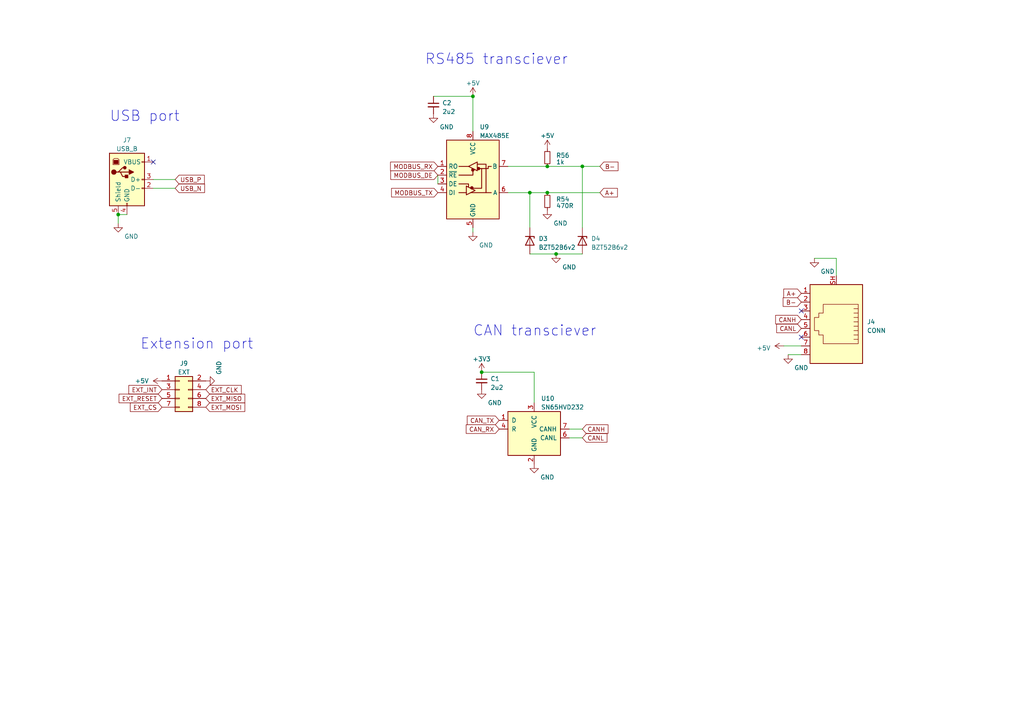
<source format=kicad_sch>
(kicad_sch (version 20230121) (generator eeschema)
  (paper "A4")
  (title_block (title "Fieldbus intrefaces") (date "2023-03-06") (rev "1") (comment 1 "W. Burdecki 2023") (comment 2 "github.com/wiciu15"))
  (lib_symbols
    (symbol "Connector:8P8C_Shielded" (pin_names (offset 1.016))
      (property "Reference" "J" (at -5.08 13.97 0))
      (property "Value" "8P8C_Shielded" (at 2.54 13.97 0))
      (symbol "8P8C_Shielded_0_1"
        (polyline (pts (xy -5.08 4.445) (xy -6.35 4.445)))
        (polyline (pts (xy -5.08 5.715) (xy -6.35 5.715)))
        (polyline (pts (xy -6.35 -3.175) (xy -5.08 -3.175) (xy -5.08 -3.175)))
        (polyline (pts (xy -6.35 -1.905) (xy -5.08 -1.905) (xy -5.08 -1.905)))
        (polyline (pts (xy -6.35 -0.635) (xy -5.08 -0.635) (xy -5.08 -0.635)))
        (polyline (pts (xy -6.35 0.635) (xy -5.08 0.635) (xy -5.08 0.635)))
        (polyline (pts (xy -6.35 1.905) (xy -5.08 1.905) (xy -5.08 1.905)))
        (polyline (pts (xy -5.08 3.175) (xy -6.35 3.175) (xy -6.35 3.175)))
        (polyline (pts (xy -6.35 -4.445) (xy -6.35 6.985) (xy 3.81 6.985) (xy 3.81 4.445) (xy 5.08 4.445) (xy 5.08 3.175) (xy 6.35 3.175) (xy 6.35 -0.635) (xy 5.08 -0.635) (xy 5.08 -1.905) (xy 3.81 -1.905) (xy 3.81 -4.445) (xy -6.35 -4.445) (xy -6.35 -4.445)))
        (rectangle (start 7.62 12.7) (end -7.62 -10.16) (stroke (width 0.254)) (fill (type background)))
      )
      (symbol "8P8C_Shielded_1_1"
        (pin passive line (at 10.16 -7.62 180) (length 2.54) (name "~") (number "1"))
        (pin passive line (at 10.16 -5.08 180) (length 2.54) (name "~") (number "2"))
        (pin passive line (at 10.16 -2.54 180) (length 2.54) (name "~") (number "3"))
        (pin passive line (at 10.16 0 180) (length 2.54) (name "~") (number "4"))
        (pin passive line (at 10.16 2.54 180) (length 2.54) (name "~") (number "5"))
        (pin passive line (at 10.16 5.08 180) (length 2.54) (name "~") (number "6"))
        (pin passive line (at 10.16 7.62 180) (length 2.54) (name "~") (number "7"))
        (pin passive line (at 10.16 10.16 180) (length 2.54) (name "~") (number "8"))
        (pin passive line (at 0 -12.7 90) (length 2.54) (name "~") (number "SH"))
      )
    )
    (symbol "Connector:USB_B" (pin_names (offset 1.016))
      (property "Reference" "J" (at -5.08 11.43 0))
      (property "Value" "USB_B" (at -5.08 8.89 0))
      (symbol "USB_B_0_1"
        (rectangle (start -5.08 -7.62) (end 5.08 7.62) (stroke (width 0.254)) (fill (type background)))
        (circle (center -3.81 2.159) (radius 0.635) (stroke (width 0.254)) (fill (type outline)))
        (rectangle (start -3.81 5.588) (end -2.54 4.572) (fill (type outline)))
        (circle (center -0.635 3.429) (radius 0.381) (stroke (width 0.254)) (fill (type outline)))
        (rectangle (start -0.127 -7.62) (end 0.127 -6.858))
        (polyline (pts (xy -1.905 2.159) (xy 0.635 2.159)) (stroke (width 0.254)))
        (polyline (pts (xy -3.175 2.159) (xy -2.54 2.159) (xy -1.27 3.429) (xy -0.635 3.429)) (stroke (width 0.254)))
        (polyline (pts (xy -2.54 2.159) (xy -1.905 2.159) (xy -1.27 0.889) (xy 0 0.889)) (stroke (width 0.254)))
        (polyline (pts (xy 0.635 2.794) (xy 0.635 1.524) (xy 1.905 2.159) (xy 0.635 2.794)) (stroke (width 0.254)) (fill (type outline)))
        (polyline (pts (xy -4.064 4.318) (xy -2.286 4.318) (xy -2.286 5.715) (xy -2.667 6.096) (xy -3.683 6.096) (xy -4.064 5.715) (xy -4.064 4.318)))
        (rectangle (start 0.254 1.27) (end -0.508 0.508) (stroke (width 0.254)) (fill (type outline)))
        (rectangle (start 5.08 -2.667) (end 4.318 -2.413))
        (rectangle (start 5.08 -0.127) (end 4.318 0.127))
        (rectangle (start 5.08 4.953) (end 4.318 5.207))
      )
      (symbol "USB_B_1_1"
        (pin power_out line (at 7.62 5.08 180) (length 2.54) (name "VBUS") (number "1"))
        (pin bidirectional line (at 7.62 -2.54 180) (length 2.54) (name "D-") (number "2"))
        (pin bidirectional line (at 7.62 0 180) (length 2.54) (name "D+") (number "3"))
        (pin power_out line (at 0 -10.16 90) (length 2.54) (name "GND") (number "4"))
        (pin passive line (at -2.54 -10.16 90) (length 2.54) (name "Shield") (number "5"))
      )
    )
    (symbol "Connector_Generic:Conn_02x04_Odd_Even" (pin_names (offset 1.016) hide)
      (property "Reference" "J" (at 1.27 5.08 0))
      (property "Value" "Conn_02x04_Odd_Even" (at 1.27 -7.62 0))
      (symbol "Conn_02x04_Odd_Even_1_1"
        (rectangle (start -1.27 -4.953) (end 0 -5.207) (stroke (width 0.1524)))
        (rectangle (start -1.27 -2.413) (end 0 -2.667) (stroke (width 0.1524)))
        (rectangle (start -1.27 0.127) (end 0 -0.127) (stroke (width 0.1524)))
        (rectangle (start -1.27 2.667) (end 0 2.413) (stroke (width 0.1524)))
        (rectangle (start -1.27 3.81) (end 3.81 -6.35) (stroke (width 0.254)) (fill (type background)))
        (rectangle (start 3.81 -4.953) (end 2.54 -5.207) (stroke (width 0.1524)))
        (rectangle (start 3.81 -2.413) (end 2.54 -2.667) (stroke (width 0.1524)))
        (rectangle (start 3.81 0.127) (end 2.54 -0.127) (stroke (width 0.1524)))
        (rectangle (start 3.81 2.667) (end 2.54 2.413) (stroke (width 0.1524)))
        (pin passive line (at -5.08 2.54 0) (length 3.81) (name "Pin_1") (number "1"))
        (pin passive line (at 7.62 2.54 180) (length 3.81) (name "Pin_2") (number "2"))
        (pin passive line (at -5.08 0 0) (length 3.81) (name "Pin_3") (number "3"))
        (pin passive line (at 7.62 0 180) (length 3.81) (name "Pin_4") (number "4"))
        (pin passive line (at -5.08 -2.54 0) (length 3.81) (name "Pin_5") (number "5"))
        (pin passive line (at 7.62 -2.54 180) (length 3.81) (name "Pin_6") (number "6"))
        (pin passive line (at -5.08 -5.08 0) (length 3.81) (name "Pin_7") (number "7"))
        (pin passive line (at 7.62 -5.08 180) (length 3.81) (name "Pin_8") (number "8"))
      )
    )
    (symbol "Device:C_Small" (pin_numbers hide) (pin_names (offset 0.254) hide)
      (property "Reference" "C" (at 0.254 1.778 0))
      (property "Value" "C_Small" (at 0.254 -2.032 0))
      (symbol "C_Small_0_1"
        (polyline (pts (xy -1.524 -0.508) (xy 1.524 -0.508)) (stroke (width 0.3302)))
        (polyline (pts (xy -1.524 0.508) (xy 1.524 0.508)) (stroke (width 0.3048)))
      )
      (symbol "C_Small_1_1"
        (pin passive line (at 0 2.54 270) (length 2.032) (name "~") (number "1"))
        (pin passive line (at 0 -2.54 90) (length 2.032) (name "~") (number "2"))
      )
    )
    (symbol "Device:R_Small" (pin_numbers hide) (pin_names (offset 0.254) hide)
      (property "Reference" "R" (at 0.762 0.508 0))
      (property "Value" "R_Small" (at 0.762 -1.016 0))
      (symbol "R_Small_0_1"
        (rectangle (start -0.762 1.778) (end 0.762 -1.778) (stroke (width 0.2032)))
      )
      (symbol "R_Small_1_1"
        (pin passive line (at 0 2.54 270) (length 0.762) (name "~") (number "1"))
        (pin passive line (at 0 -2.54 90) (length 0.762) (name "~") (number "2"))
      )
    )
    (symbol "Diode:BZT52Bxx" (pin_numbers hide) (pin_names hide)
      (property "Reference" "D" (at 0 2.54 0))
      (property "Value" "BZT52Bxx" (at 0 -2.54 0))
      (symbol "BZT52Bxx_0_1"
        (polyline (pts (xy 1.27 0) (xy -1.27 0)))
        (polyline (pts (xy -1.27 -1.27) (xy -1.27 1.27) (xy -0.762 1.27)) (stroke (width 0.254)))
        (polyline (pts (xy 1.27 -1.27) (xy 1.27 1.27) (xy -1.27 0) (xy 1.27 -1.27)) (stroke (width 0.254)))
      )
      (symbol "BZT52Bxx_1_1"
        (pin passive line (at -3.81 0 0) (length 2.54) (name "K") (number "1"))
        (pin passive line (at 3.81 0 180) (length 2.54) (name "A") (number "2"))
      )
    )
    (symbol "Interface_CAN_LIN:SN65HVD232" (pin_names (offset 1.016))
      (property "Reference" "U" (at -2.54 10.16 0))
      (property "Value" "SN65HVD232" (at -2.54 7.62 0))
      (symbol "SN65HVD232_0_1"
        (rectangle (start -7.62 5.08) (end 7.62 -7.62) (stroke (width 0.254)) (fill (type background)))
      )
      (symbol "SN65HVD232_1_1"
        (pin input line (at -10.16 2.54 0) (length 2.54) (name "D") (number "1"))
        (pin power_in line (at 0 -10.16 90) (length 2.54) (name "GND") (number "2"))
        (pin power_in line (at 0 7.62 270) (length 2.54) (name "VCC") (number "3"))
        (pin output line (at -10.16 0 0) (length 2.54) (name "R") (number "4"))
        (pin no_connect line (at -7.62 -2.54 0) (length 2.54) hide (name "NC") (number "5"))
        (pin bidirectional line (at 10.16 -2.54 180) (length 2.54) (name "CANL") (number "6"))
        (pin bidirectional line (at 10.16 0 180) (length 2.54) (name "CANH") (number "7"))
        (pin no_connect line (at -7.62 -5.08 0) (length 2.54) hide (name "NC") (number "8"))
      )
    )
    (symbol "Interface_UART:MAX485E"
      (property "Reference" "U" (at -6.096 11.43 0))
      (property "Value" "MAX485E" (at 0.762 11.43 0))
      (symbol "MAX485E_0_1"
        (rectangle (start -7.62 10.16) (end 7.62 -12.7) (stroke (width 0.254)) (fill (type background)))
        (circle (center -0.3048 -3.683) (radius 0.3556) (stroke (width 0.254)) (fill (type outline)))
        (circle (center -0.0254 1.4986) (radius 0.3556) (stroke (width 0.254)) (fill (type outline)))
        (polyline (pts (xy -4.064 -5.08) (xy -1.905 -5.08)) (stroke (width 0.254)))
        (polyline (pts (xy -4.064 2.54) (xy -1.27 2.54)) (stroke (width 0.254)))
        (polyline (pts (xy -1.27 -3.2004) (xy -1.27 -3.4544)) (stroke (width 0.254)))
        (polyline (pts (xy -0.635 -5.08) (xy 5.334 -5.08)) (stroke (width 0.254)))
        (polyline (pts (xy -4.064 -2.54) (xy -1.27 -2.54) (xy -1.27 -3.175)) (stroke (width 0.254)))
        (polyline (pts (xy 0 1.27) (xy 0 0) (xy -4.064 0)) (stroke (width 0.254)))
        (polyline (pts (xy 1.27 3.175) (xy 3.81 3.175) (xy 3.81 -5.08)) (stroke (width 0.254)))
        (polyline (pts (xy 2.54 1.905) (xy 2.54 -3.81) (xy 0 -3.81)) (stroke (width 0.254)))
        (polyline (pts (xy -1.905 -3.175) (xy -1.905 -5.715) (xy 0.635 -4.445) (xy -1.905 -3.175)) (stroke (width 0.254)))
        (polyline (pts (xy -1.27 2.54) (xy 1.27 3.81) (xy 1.27 1.27) (xy -1.27 2.54)) (stroke (width 0.254)))
        (polyline (pts (xy 1.905 1.905) (xy 4.445 1.905) (xy 4.445 2.54) (xy 5.334 2.54)) (stroke (width 0.254)))
        (rectangle (start 1.27 3.175) (end 1.27 3.175))
        (circle (center 1.651 1.905) (radius 0.3556) (stroke (width 0.254)) (fill (type outline)))
      )
      (symbol "MAX485E_1_1"
        (pin output line (at -10.16 2.54 0) (length 2.54) (name "RO") (number "1"))
        (pin input line (at -10.16 0 0) (length 2.54) (name "~{RE}") (number "2"))
        (pin input line (at -10.16 -2.54 0) (length 2.54) (name "DE") (number "3"))
        (pin input line (at -10.16 -5.08 0) (length 2.54) (name "DI") (number "4"))
        (pin power_in line (at 0 -15.24 90) (length 2.54) (name "GND") (number "5"))
        (pin bidirectional line (at 10.16 -5.08 180) (length 2.54) (name "A") (number "6"))
        (pin bidirectional line (at 10.16 2.54 180) (length 2.54) (name "B") (number "7"))
        (pin power_in line (at 0 12.7 270) (length 2.54) (name "VCC") (number "8"))
      )
    )
    (symbol "power:+3V3" (power) (pin_names (offset 0))
      (property "Value" "+3V3" (at 0 3.556 0))
      (symbol "+3V3_0_1"
        (polyline (pts (xy -0.762 1.27) (xy 0 2.54)))
        (polyline (pts (xy 0 0) (xy 0 2.54)))
        (polyline (pts (xy 0 2.54) (xy 0.762 1.27)))
      )
      (symbol "+3V3_1_1"
        (pin power_in line (at 0 0 90) (length 0) hide (name "+3V3") (number "1"))
      )
    )
    (symbol "power:+5V" (power) (pin_names (offset 0))
      (property "Value" "+5V" (at 0 3.556 0))
      (symbol "+5V_0_1"
        (polyline (pts (xy -0.762 1.27) (xy 0 2.54)))
        (polyline (pts (xy 0 0) (xy 0 2.54)))
        (polyline (pts (xy 0 2.54) (xy 0.762 1.27)))
      )
      (symbol "+5V_1_1"
        (pin power_in line (at 0 0 90) (length 0) hide (name "+5V") (number "1"))
      )
    )
    (symbol "power:GND" (power) (pin_names (offset 0))
      (property "Value" "GND" (at 0 -3.81 0))
      (symbol "GND_0_1"
        (polyline (pts (xy 0 0) (xy 0 -1.27) (xy 1.27 -1.27) (xy 0 -2.54) (xy -1.27 -1.27) (xy 0 -1.27)))
      )
      (symbol "GND_1_1"
        (pin power_in line (at 0 0 270) (length 0) hide (name "GND") (number "1"))
      )
    )
  )
  (junction (at 158.75 48.26))
  (junction (at 137.16 27.94))
  (junction (at 168.91 48.26))
  (junction (at 161.29 73.66))
  (junction (at 139.7 107.95))
  (junction (at 158.75 55.88))
  (junction (at 34.29 62.23))
  (junction (at 153.67 55.88))
  (no_connect (at 232.41 90.17))
  (no_connect (at 44.45 46.99))
  (no_connect (at 232.41 97.79))
  (wire (pts (xy 153.67 73.66) (xy 161.29 73.66)))
  (wire (pts (xy 154.94 116.84) (xy 154.94 107.95)))
  (wire (pts (xy 137.16 66.04) (xy 137.16 67.31)))
  (wire (pts (xy 147.32 55.88) (xy 153.67 55.88)))
  (wire (pts (xy 34.29 62.23) (xy 34.29 64.77)))
  (wire (pts (xy 44.45 54.61) (xy 50.8 54.61)))
  (wire (pts (xy 34.29 62.23) (xy 36.83 62.23)))
  (wire (pts (xy 158.75 55.88) (xy 173.99 55.88)))
  (wire (pts (xy 227.33 100.33) (xy 232.41 100.33)))
  (wire (pts (xy 242.57 80.01) (xy 242.57 74.93)))
  (wire (pts (xy 165.1 127) (xy 168.91 127)))
  (wire (pts (xy 125.73 27.94) (xy 137.16 27.94)))
  (wire (pts (xy 165.1 124.46) (xy 168.91 124.46)))
  (wire (pts (xy 153.67 55.88) (xy 158.75 55.88)))
  (wire (pts (xy 168.91 48.26) (xy 173.99 48.26)))
  (wire (pts (xy 127 50.8) (xy 127 53.34)))
  (wire (pts (xy 158.75 48.26) (xy 168.91 48.26)))
  (wire (pts (xy 228.6 102.87) (xy 232.41 102.87)))
  (wire (pts (xy 44.45 52.07) (xy 50.8 52.07)))
  (wire (pts (xy 161.29 73.66) (xy 168.91 73.66)))
  (wire (pts (xy 242.57 74.93) (xy 236.22 74.93)))
  (wire (pts (xy 153.67 55.88) (xy 153.67 66.04)))
  (wire (pts (xy 168.91 48.26) (xy 168.91 66.04)))
  (wire (pts (xy 137.16 27.94) (xy 137.16 38.1)))
  (wire (pts (xy 147.32 48.26) (xy 158.75 48.26)))
  (wire (pts (xy 154.94 107.95) (xy 139.7 107.95)))
  (text "USB port" (at 31.75 35.56 0) (effects (font (size 3 3)) (justify left bottom)))
  (text "Extension port" (at 40.64 101.6 0) (effects (font (size 3 3)) (justify left bottom)))
  (text "RS485 transciever" (at 123.19 19.05 0) (effects (font (size 3 3)) (justify left bottom)))
  (text "CAN transciever" (at 137.16 97.79 0) (effects (font (size 3 3)) (justify left bottom)))
  (global_label "MODBUS_TX" (shape input) (at 127 55.88 180) (property "Intersheetrefs" "${INTERSHEET_REFS}" (effects hide)))
  (global_label "A+" (shape input) (at 232.41 85.09 180) (property "Intersheetrefs" "${INTERSHEET_REFS}" (effects hide)))
  (global_label "MODBUS_RX" (shape input) (at 127 48.26 180) (property "Intersheetrefs" "${INTERSHEET_REFS}" (effects hide)))
  (global_label "CAN_RX" (shape input) (at 144.78 124.46 180) (property "Intersheetrefs" "${INTERSHEET_REFS}" (effects hide)))
  (global_label "CANL" (shape input) (at 168.91 127 0) (property "Intersheetrefs" "${INTERSHEET_REFS}" (effects hide)))
  (global_label "MODBUS_DE" (shape input) (at 127 50.8 180) (property "Intersheetrefs" "${INTERSHEET_REFS}" (effects hide)))
  (global_label "EXT_MISO" (shape input) (at 59.69 115.57 0) (property "Intersheetrefs" "${INTERSHEET_REFS}" (effects hide)))
  (global_label "B-" (shape input) (at 232.41 87.63 180) (property "Intersheetrefs" "${INTERSHEET_REFS}" (effects hide)))
  (global_label "EXT_CLK" (shape input) (at 59.69 113.03 0) (property "Intersheetrefs" "${INTERSHEET_REFS}" (effects hide)))
  (global_label "USB_P" (shape input) (at 50.8 52.07 0) (property "Intersheetrefs" "${INTERSHEET_REFS}" (effects hide)))
  (global_label "A+" (shape input) (at 173.99 55.88 0) (property "Intersheetrefs" "${INTERSHEET_REFS}" (effects hide)))
  (global_label "B-" (shape input) (at 173.99 48.26 0) (property "Intersheetrefs" "${INTERSHEET_REFS}" (effects hide)))
  (global_label "CANH" (shape input) (at 232.41 92.71 180) (property "Intersheetrefs" "${INTERSHEET_REFS}" (effects hide)))
  (global_label "EXT_CS" (shape input) (at 46.99 118.11 180) (property "Intersheetrefs" "${INTERSHEET_REFS}" (effects hide)))
  (global_label "USB_N" (shape input) (at 50.8 54.61 0) (property "Intersheetrefs" "${INTERSHEET_REFS}" (effects hide)))
  (global_label "EXT_MOSI" (shape input) (at 59.69 118.11 0) (property "Intersheetrefs" "${INTERSHEET_REFS}" (effects hide)))
  (global_label "CAN_TX" (shape input) (at 144.78 121.92 180) (property "Intersheetrefs" "${INTERSHEET_REFS}" (effects hide)))
  (global_label "EXT_RESET" (shape input) (at 46.99 115.57 180) (property "Intersheetrefs" "${INTERSHEET_REFS}" (effects hide)))
  (global_label "EXT_INT" (shape input) (at 46.99 113.03 180) (property "Intersheetrefs" "${INTERSHEET_REFS}" (effects hide)))
  (global_label "CANL" (shape input) (at 232.41 95.25 180) (property "Intersheetrefs" "${INTERSHEET_REFS}" (effects hide)))
  (global_label "CANH" (shape input) (at 168.91 124.46 0) (property "Intersheetrefs" "${INTERSHEET_REFS}" (effects hide)))
  (symbol (lib_id "Diode:BZT52Bxx") (at 168.91 69.85 270) (unit 1)
    (property "Reference" "D4" (at 171.45 69.215 90) (effects (justify left)))
    (property "Value" "BZT52B6v2" (at 171.45 71.755 90) (effects (justify left)))
    (property "Footprint" "Diode_SMD:D_SOD-123F" (effects hide))
    (property "Datasheet" "https://diotec.com/tl_files/diotec/files/pdf/datasheets/bzt52b2v4.pdf" (effects hide))
  )
  (symbol (lib_id "Diode:BZT52Bxx") (at 153.67 69.85 270) (unit 1)
    (property "Reference" "D3" (at 156.21 69.215 90) (effects (justify left)))
    (property "Value" "BZT52B6v2" (at 156.21 71.755 90) (effects (justify left)))
    (property "Footprint" "Diode_SMD:D_SOD-123F" (effects hide))
    (property "Datasheet" "https://diotec.com/tl_files/diotec/files/pdf/datasheets/bzt52b2v4.pdf" (effects hide))
  )
  (symbol (lib_id "power:+5V") (at 46.99 110.49 90) (unit 1)
    (property "Reference" "#PWR049" (effects hide))
    (property "Value" "+5V" (at 43.18 110.49 90) (effects (justify left)))
    (instances (project "servo_cpu" (path "" (reference "#PWR049") (unit 1)) (path "" (reference "#PWR0138") (unit 1))))
  )
  (symbol (lib_id "power:GND") (at 228.6 102.87 0) (unit 1)
    (property "Reference" "#PWR03" (effects hide))
    (property "Value" "GND" (at 232.41 106.68 0))
    (instances (project "servo_cpu" (path "" (reference "#PWR03") (unit 1)) (path "" (reference "#PWR079") (unit 1))))
  )
  (symbol (lib_id "power:+5V") (at 137.16 27.94 0) (unit 1)
    (property "Reference" "#PWR049" (effects hide))
    (property "Value" "+5V" (at 137.16 24.13 0))
    (instances (project "servo_cpu" (path "" (reference "#PWR049") (unit 1)) (path "" (reference "#PWR072") (unit 1))))
  )
  (symbol (lib_id "power:GND") (at 236.22 74.93 0) (unit 1)
    (property "Reference" "#PWR03" (effects hide))
    (property "Value" "GND" (at 240.03 78.74 0))
    (instances (project "servo_cpu" (path "" (reference "#PWR03") (unit 1)) (path "" (reference "#PWR080") (unit 1))))
  )
  (symbol (lib_id "power:GND") (at 34.29 64.77 0) (unit 1)
    (property "Reference" "#PWR03" (effects hide))
    (property "Value" "GND" (at 38.1 68.58 0))
    (instances (project "servo_cpu" (path "" (reference "#PWR03") (unit 1)) (path "" (reference "#PWR022") (unit 1)) (path "" (reference "#PWR041") (unit 1)) (path "" (reference "#PWR083") (unit 1))))
  )
  (symbol (lib_id "Interface_UART:MAX485E") (at 137.16 50.8 0) (unit 1)
    (property "Reference" "U9" (at 139.1159 36.83 0) (effects (justify left)))
    (property "Value" "MAX485E" (at 139.1159 39.37 0) (effects (justify left)))
    (property "Footprint" "Package_SO:SO-8_3.9x4.9mm_P1.27mm" (effects hide))
    (property "Datasheet" "https://datasheets.maximintegrated.com/en/ds/MAX1487E-MAX491E.pdf" (effects hide))
  )
  (symbol (lib_id "power:GND") (at 59.69 110.49 90) (unit 1)
    (property "Reference" "#PWR03" (effects hide))
    (property "Value" "GND" (at 63.5 106.68 0))
    (instances (project "servo_cpu" (path "" (reference "#PWR03") (unit 1)) (path "" (reference "#PWR0139") (unit 1))))
  )
  (symbol (lib_id "power:GND") (at 139.7 113.03 0) (unit 1)
    (property "Reference" "#PWR03" (effects hide))
    (property "Value" "GND" (at 143.51 116.84 0))
    (instances (project "servo_cpu" (path "" (reference "#PWR03") (unit 1)) (path "" (reference "#PWR076") (unit 1))))
  )
  (symbol (lib_id "power:+5V") (at 227.33 100.33 90) (unit 1)
    (property "Reference" "#PWR049" (effects hide))
    (property "Value" "+5V" (at 223.52 100.965 90) (effects (justify left)))
    (instances (project "servo_cpu" (path "" (reference "#PWR049") (unit 1)) (path "" (reference "#PWR068") (unit 1))))
  )
  (symbol (lib_id "power:+3V3") (at 139.7 107.95 0) (unit 1)
    (property "Reference" "#PWR01" (effects hide))
    (property "Value" "+3V3" (at 139.7 104.14 0))
    (instances (project "servo_cpu" (path "" (reference "#PWR01") (unit 1)) (path "" (reference "#PWR077") (unit 1))))
  )
  (symbol (lib_id "power:GND") (at 125.73 33.02 0) (unit 1)
    (property "Reference" "#PWR03" (effects hide))
    (property "Value" "GND" (at 129.54 36.83 0))
    (instances (project "servo_cpu" (path "" (reference "#PWR03") (unit 1)) (path "" (reference "#PWR022") (unit 1)) (path "" (reference "#PWR041") (unit 1)) (path "" (reference "#PWR073") (unit 1))))
  )
  (symbol (lib_id "power:GND") (at 158.75 60.96 0) (unit 1)
    (property "Reference" "#PWR03" (effects hide))
    (property "Value" "GND" (at 162.56 64.77 0))
    (instances (project "servo_cpu" (path "" (reference "#PWR03") (unit 1)) (path "" (reference "#PWR022") (unit 1)) (path "" (reference "#PWR041") (unit 1)) (path "" (reference "#PWR0149") (unit 1))))
  )
  (symbol (lib_id "Connector:USB_B") (at 36.83 52.07 0) (unit 1)
    (property "Reference" "J7" (at 36.83 40.64 0))
    (property "Value" "USB_B" (at 36.83 43.18 0))
    (property "Footprint" "USB_B_JST_Vertical:USB" (effects hide))
    (property "Datasheet" " ~" (effects hide))
  )
  (symbol (lib_id "power:+5V") (at 158.75 43.18 0) (unit 1)
    (property "Reference" "#PWR049" (effects hide))
    (property "Value" "+5V" (at 158.75 39.37 0))
    (instances (project "servo_cpu" (path "" (reference "#PWR049") (unit 1)) (path "" (reference "#PWR0148") (unit 1))))
  )
  (symbol (lib_id "power:GND") (at 161.29 73.66 0) (unit 1)
    (property "Reference" "#PWR03" (effects hide))
    (property "Value" "GND" (at 165.1 77.47 0))
    (instances (project "servo_cpu" (path "" (reference "#PWR03") (unit 1)) (path "" (reference "#PWR022") (unit 1)) (path "" (reference "#PWR041") (unit 1)) (path "" (reference "#PWR075") (unit 1))))
  )
  (symbol (lib_id "Connector_Generic:Conn_02x04_Odd_Even") (at 52.07 113.03 0) (unit 1)
    (property "Reference" "J9" (at 53.34 105.41 0))
    (property "Value" "EXT" (at 53.34 107.95 0))
    (property "Footprint" "Connector_PinHeader_2.54mm:PinHeader_2x04_P2.54mm_Horizontal" (effects hide))
  )
  (symbol (lib_id "Device:R_Small") (at 158.75 45.72 0) (unit 1)
    (property "Reference" "R56" (at 161.29 45.085 0) (effects (justify left)))
    (property "Value" "1k" (at 161.29 46.99 0) (effects (justify left)))
    (property "Footprint" "Resistor_SMD:R_0805_2012Metric_Pad1.20x1.40mm_HandSolder" (effects hide))
    (instances (project "servo_cpu" (path "" (reference "R56") (unit 1)) (path "" (reference "R55") (unit 1))))
  )
  (symbol (lib_id "Interface_CAN_LIN:SN65HVD232") (at 154.94 124.46 0) (unit 1)
    (property "Reference" "U10" (at 156.8959 115.57 0) (effects (justify left)))
    (property "Value" "SN65HVD232" (at 156.8959 118.11 0) (effects (justify left)))
    (property "Footprint" "Package_SO:SOIC-8_3.9x4.9mm_P1.27mm" (effects hide))
    (property "Datasheet" "http://www.ti.com/lit/ds/symlink/sn65hvd230.pdf" (effects hide))
  )
  (symbol (lib_id "power:GND") (at 137.16 67.31 0) (unit 1)
    (property "Reference" "#PWR03" (effects hide))
    (property "Value" "GND" (at 140.97 71.12 0))
    (instances (project "servo_cpu" (path "" (reference "#PWR03") (unit 1)) (path "" (reference "#PWR022") (unit 1)) (path "" (reference "#PWR041") (unit 1)) (path "" (reference "#PWR074") (unit 1))))
  )
  (symbol (lib_id "Device:C_Small") (at 139.7 110.49 0) (unit 1)
    (property "Reference" "C1" (at 142.24 109.8613 0) (effects (justify left)))
    (property "Value" "2u2" (at 142.24 112.4013 0) (effects (justify left)))
    (property "Footprint" "Capacitor_SMD:C_0805_2012Metric_Pad1.18x1.45mm_HandSolder" (effects hide))
    (instances (project "servo_cpu" (path "" (reference "C1") (unit 1)) (path "" (reference "C38") (unit 1))))
  )
  (symbol (lib_id "Device:R_Small") (at 158.75 58.42 0) (unit 1)
    (property "Reference" "R54" (at 161.29 57.785 0) (effects (justify left)))
    (property "Value" "470R" (at 161.29 59.69 0) (effects (justify left)))
    (property "Footprint" "Resistor_SMD:R_0805_2012Metric_Pad1.20x1.40mm_HandSolder" (effects hide))
    (instances (project "servo_cpu" (path "" (reference "R54") (unit 1)) (path "" (reference "R58") (unit 1))))
  )
  (symbol (lib_id "Connector:8P8C_Shielded") (at 242.57 92.71 180) (unit 1)
    (property "Reference" "J4" (at 251.46 93.345 0) (effects (justify right)))
    (property "Value" "CONN" (at 251.46 95.885 0) (effects (justify right)))
    (property "Footprint" "Connector_RJ:RJ45_Ninigi_GE" (effects hide))
    (instances (project "servo_cpu" (path "" (reference "J4") (unit 1)) (path "" (reference "J5") (unit 1))))
  )
  (symbol (lib_id "Device:C_Small") (at 125.73 30.48 0) (unit 1)
    (property "Reference" "C2" (at 128.27 29.8513 0) (effects (justify left)))
    (property "Value" "2u2" (at 128.27 32.3913 0) (effects (justify left)))
    (property "Footprint" "Capacitor_SMD:C_0805_2012Metric_Pad1.18x1.45mm_HandSolder" (effects hide))
    (instances (project "servo_cpu" (path "" (reference "C2") (unit 1)) (path "" (reference "C12") (unit 1)) (path "" (reference "C26") (unit 1)) (path "" (reference "C37") (unit 1))))
  )
  (symbol (lib_id "power:GND") (at 154.94 134.62 0) (unit 1)
    (property "Reference" "#PWR03" (effects hide))
    (property "Value" "GND" (at 158.75 138.43 0))
    (instances (project "servo_cpu" (path "" (reference "#PWR03") (unit 1)) (path "" (reference "#PWR078") (unit 1))))
  )
)
</source>
